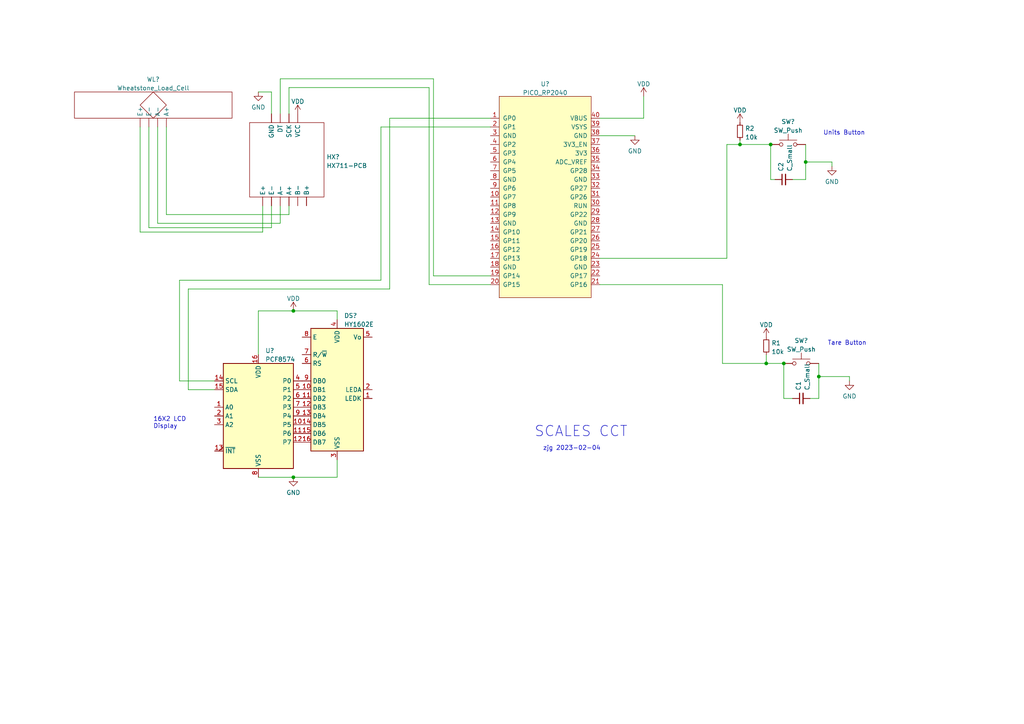
<source format=kicad_sch>
(kicad_sch (version 20211123) (generator eeschema)
  (paper "A4")
  (lib_symbols
    (symbol "Device:C_Small" (pin_numbers hide) (pin_names (offset 0.254) hide)
      (property "Reference" "C" (at 0.254 1.778 0))
      (property "Value" "C_Small" (at 0.254 -2.032 0))
      (symbol "C_Small_0_1"
        (polyline (pts (xy -1.524 -0.508) (xy 1.524 -0.508)) (stroke (width 0.3302)))
        (polyline (pts (xy -1.524 0.508) (xy 1.524 0.508)) (stroke (width 0.3048)))
      )
      (symbol "C_Small_1_1"
        (pin passive line (at 0 2.54 270) (length 2.032) (name "~") (number "1"))
        (pin passive line (at 0 -2.54 90) (length 2.032) (name "~") (number "2"))
      )
    )
    (symbol "Device:R_Small" (pin_numbers hide) (pin_names (offset 0.254) hide)
      (property "Reference" "R" (at 0.762 0.508 0))
      (property "Value" "R_Small" (at 0.762 -1.016 0))
      (symbol "R_Small_0_1"
        (rectangle (start -0.762 1.778) (end 0.762 -1.778) (stroke (width 0.2032)))
      )
      (symbol "R_Small_1_1"
        (pin passive line (at 0 2.54 270) (length 0.762) (name "~") (number "1"))
        (pin passive line (at 0 -2.54 90) (length 0.762) (name "~") (number "2"))
      )
    )
    (symbol "Display_Character:HY1602E"
      (property "Reference" "DS" (at -6.096 19.05 0))
      (property "Value" "HY1602E" (at 5.08 19.05 0))
      (symbol "HY1602E_0_1"
        (rectangle (start -7.62 17.78) (end 7.62 -17.78) (stroke (width 0.254)) (fill (type background)))
      )
      (symbol "HY1602E_1_1"
        (pin passive line (at 10.16 -2.54 180) (length 2.54) (name "LEDK") (number "1"))
        (pin bidirectional line (at -10.16 0 0) (length 2.54) (name "DB1") (number "10"))
        (pin bidirectional line (at -10.16 -2.54 0) (length 2.54) (name "DB2") (number "11"))
        (pin bidirectional line (at -10.16 -5.08 0) (length 2.54) (name "DB3") (number "12"))
        (pin bidirectional line (at -10.16 -7.62 0) (length 2.54) (name "DB4") (number "13"))
        (pin bidirectional line (at -10.16 -10.16 0) (length 2.54) (name "DB5") (number "14"))
        (pin bidirectional line (at -10.16 -12.7 0) (length 2.54) (name "DB6") (number "15"))
        (pin bidirectional line (at -10.16 -15.24 0) (length 2.54) (name "DB7") (number "16"))
        (pin passive line (at 10.16 0 180) (length 2.54) (name "LEDA") (number "2"))
        (pin power_in line (at 0 -20.32 90) (length 2.54) (name "VSS") (number "3"))
        (pin power_in line (at 0 20.32 270) (length 2.54) (name "VDD") (number "4"))
        (pin input line (at 10.16 15.24 180) (length 2.54) (name "Vo") (number "5"))
        (pin input line (at -10.16 7.62 0) (length 2.54) (name "RS") (number "6"))
        (pin input line (at -10.16 10.16 0) (length 2.54) (name "R/~{W}") (number "7"))
        (pin input line (at -10.16 15.24 0) (length 2.54) (name "E") (number "8"))
        (pin bidirectional line (at -10.16 2.54 0) (length 2.54) (name "DB0") (number "9"))
      )
    )
    (symbol "Interface_Expansion:PCF8574"
      (property "Reference" "U" (at -8.89 16.51 0))
      (property "Value" "PCF8574" (at 2.54 16.51 0))
      (symbol "PCF8574_0_1"
        (rectangle (start -10.16 15.24) (end 10.16 -15.24) (stroke (width 0.254)) (fill (type background)))
      )
      (symbol "PCF8574_1_1"
        (pin input line (at -12.7 2.54 0) (length 2.54) (name "A0") (number "1"))
        (pin bidirectional line (at 12.7 -2.54 180) (length 2.54) (name "P5") (number "10"))
        (pin bidirectional line (at 12.7 -5.08 180) (length 2.54) (name "P6") (number "11"))
        (pin bidirectional line (at 12.7 -7.62 180) (length 2.54) (name "P7") (number "12"))
        (pin open_collector output_low (at -12.7 -10.16 0) (length 2.54) (name "~{INT}") (number "13"))
        (pin input line (at -12.7 10.16 0) (length 2.54) (name "SCL") (number "14"))
        (pin bidirectional line (at -12.7 7.62 0) (length 2.54) (name "SDA") (number "15"))
        (pin power_in line (at 0 17.78 270) (length 2.54) (name "VDD") (number "16"))
        (pin input line (at -12.7 0 0) (length 2.54) (name "A1") (number "2"))
        (pin input line (at -12.7 -2.54 0) (length 2.54) (name "A2") (number "3"))
        (pin bidirectional line (at 12.7 10.16 180) (length 2.54) (name "P0") (number "4"))
        (pin bidirectional line (at 12.7 7.62 180) (length 2.54) (name "P1") (number "5"))
        (pin bidirectional line (at 12.7 5.08 180) (length 2.54) (name "P2") (number "6"))
        (pin bidirectional line (at 12.7 2.54 180) (length 2.54) (name "P3") (number "7"))
        (pin power_in line (at 0 -17.78 90) (length 2.54) (name "VSS") (number "8"))
        (pin bidirectional line (at 12.7 0 180) (length 2.54) (name "P4") (number "9"))
      )
    )
    (symbol "Local_library:HX711-PCB"
      (property "Reference" "HX711" (at 0 0 0))
      (property "Value" "HX711-PCB" (at 1.27 2.54 0))
      (symbol "HX711-PCB_0_1"
        (rectangle (start -10.16 11.43) (end 11.43 -10.16) (stroke (width 0.1524)))
      )
      (symbol "HX711-PCB_1_1"
        (pin input line (at 1.27 -12.7 90) (length 2.54) (name "A+") (number ""))
        (pin input line (at -1.27 -12.7 90) (length 2.54) (name "A-") (number ""))
        (pin input line (at 6.35 -12.7 90) (length 2.54) (name "B+") (number ""))
        (pin input line (at 3.81 -12.7 90) (length 2.54) (name "B-") (number ""))
        (pin input line (at -1.27 13.97 270) (length 2.54) (name "DT") (number ""))
        (pin input line (at -6.35 -12.7 90) (length 2.54) (name "E+") (number ""))
        (pin input line (at -3.81 -12.7 90) (length 2.54) (name "E-") (number ""))
        (pin input line (at -3.81 13.97 270) (length 2.54) (name "GND") (number ""))
        (pin input line (at 1.27 13.97 270) (length 2.54) (name "SCK") (number ""))
        (pin input line (at 3.81 13.97 270) (length 2.54) (name "VCC") (number ""))
      )
    )
    (symbol "Local_library:PICO_RP2040" (pin_names (offset 1.016))
      (property "Reference" "U" (at -2.54 36.83 0))
      (property "Value" "PICO_RP2040" (at -1.27 33.02 0))
      (symbol "PICO_RP2040_0_1"
        (polyline (pts (xy -13.97 30.48) (xy 12.7 30.48) (xy 12.7 -27.94) (xy -13.97 -27.94) (xy -13.97 30.48)) (fill (type background)))
      )
      (symbol "PICO_RP2040_1_1"
        (pin tri_state line (at -16.51 24.13 0) (length 2.54) (name "GP0") (number "1"))
        (pin tri_state line (at -16.51 1.27 0) (length 2.54) (name "GP7") (number "10"))
        (pin tri_state line (at -16.51 -1.27 0) (length 2.54) (name "GP8") (number "11"))
        (pin tri_state line (at -16.51 -3.81 0) (length 2.54) (name "GP9") (number "12"))
        (pin input line (at -16.51 -6.35 0) (length 2.54) (name "GND") (number "13"))
        (pin tri_state line (at -16.51 -8.89 0) (length 2.54) (name "GP10") (number "14"))
        (pin tri_state line (at -16.51 -11.43 0) (length 2.54) (name "GP11") (number "15"))
        (pin tri_state line (at -16.51 -13.97 0) (length 2.54) (name "GP12") (number "16"))
        (pin tri_state line (at -16.51 -16.51 0) (length 2.54) (name "GP13") (number "17"))
        (pin input line (at -16.51 -19.05 0) (length 2.54) (name "GND") (number "18"))
        (pin tri_state line (at -16.51 -21.59 0) (length 2.54) (name "GP14") (number "19"))
        (pin tri_state line (at -16.51 21.59 0) (length 2.54) (name "GP1") (number "2"))
        (pin tri_state line (at -16.51 -24.13 0) (length 2.54) (name "GP15") (number "20"))
        (pin tri_state line (at 15.24 -24.13 180) (length 2.54) (name "GP16") (number "21"))
        (pin tri_state line (at 15.24 -21.59 180) (length 2.54) (name "GP17") (number "22"))
        (pin input line (at 15.24 -19.05 180) (length 2.54) (name "GND") (number "23"))
        (pin tri_state line (at 15.24 -16.51 180) (length 2.54) (name "GP18") (number "24"))
        (pin tri_state line (at 15.24 -13.97 180) (length 2.54) (name "GP19") (number "25"))
        (pin tri_state line (at 15.24 -11.43 180) (length 2.54) (name "GP20") (number "26"))
        (pin tri_state line (at 15.24 -8.89 180) (length 2.54) (name "GP21") (number "27"))
        (pin input line (at 15.24 -6.35 180) (length 2.54) (name "GND") (number "28"))
        (pin tri_state line (at 15.24 -3.81 180) (length 2.54) (name "GP22") (number "29"))
        (pin input line (at -16.51 19.05 0) (length 2.54) (name "GND") (number "3"))
        (pin input line (at 15.24 -1.27 180) (length 2.54) (name "RUN") (number "30"))
        (pin tri_state line (at 15.24 1.27 180) (length 2.54) (name "GP26") (number "31"))
        (pin tri_state line (at 15.24 3.81 180) (length 2.54) (name "GP27") (number "32"))
        (pin input line (at 15.24 6.35 180) (length 2.54) (name "GND") (number "33"))
        (pin tri_state line (at 15.24 8.89 180) (length 2.54) (name "GP28") (number "34"))
        (pin power_out line (at 15.24 11.43 180) (length 2.54) (name "ADC_VREF") (number "35"))
        (pin power_out line (at 15.24 13.97 180) (length 2.54) (name "3V3") (number "36"))
        (pin power_out line (at 15.24 16.51 180) (length 2.54) (name "3V3_EN") (number "37"))
        (pin input line (at 15.24 19.05 180) (length 2.54) (name "GND") (number "38"))
        (pin input line (at 15.24 21.59 180) (length 2.54) (name "VSYS") (number "39"))
        (pin tri_state line (at -16.51 16.51 0) (length 2.54) (name "GP2") (number "4"))
        (pin input line (at 15.24 24.13 180) (length 2.54) (name "VBUS") (number "40"))
        (pin tri_state line (at -16.51 13.97 0) (length 2.54) (name "GP3") (number "5"))
        (pin tri_state line (at -16.51 11.43 0) (length 2.54) (name "GP4") (number "6"))
        (pin tri_state line (at -16.51 8.89 0) (length 2.54) (name "GP5") (number "7"))
        (pin input line (at -16.51 6.35 0) (length 2.54) (name "GND") (number "8"))
        (pin tri_state line (at -16.51 3.81 0) (length 2.54) (name "GP6") (number "9"))
      )
    )
    (symbol "Local_library:Wheatstone_Load_Cell"
      (property "Reference" "WL" (at 0 0 0))
      (property "Value" "Wheatstone_Load_Cell" (at 0 0 0))
      (symbol "Wheatstone_Load_Cell_0_1"
        (rectangle (start -22.86 -3.81) (end 22.86 -11.43) (stroke (width 0.1524)))
        (polyline (pts (xy 0 -3.81) (xy -3.81 -7.62) (xy 0 -11.43) (xy 3.81 -7.62) (xy 0 -3.81)) (stroke (width 0.1524)))
      )
      (symbol "Wheatstone_Load_Cell_1_1"
        (pin input line (at 3.81 -13.97 90) (length 2.54) (name "A+") (number ""))
        (pin input line (at 1.27 -13.97 90) (length 2.54) (name "A-") (number ""))
        (pin input line (at -3.81 -13.97 90) (length 2.54) (name "E+") (number ""))
        (pin input line (at -1.27 -13.97 90) (length 2.54) (name "E-") (number ""))
      )
    )
    (symbol "Switch:SW_Push" (pin_numbers hide) (pin_names (offset 1.016) hide)
      (property "Reference" "SW" (at 1.27 2.54 0))
      (property "Value" "SW_Push" (at 0 -1.524 0))
      (symbol "SW_Push_0_1"
        (circle (center -2.032 0) (radius 0.508))
        (polyline (pts (xy 0 1.27) (xy 0 3.048)))
        (polyline (pts (xy 2.54 1.27) (xy -2.54 1.27)))
        (circle (center 2.032 0) (radius 0.508))
        (pin passive line (at -5.08 0 0) (length 2.54) (name "1") (number "1"))
        (pin passive line (at 5.08 0 180) (length 2.54) (name "2") (number "2"))
      )
    )
    (symbol "power:GND" (power) (pin_names (offset 0))
      (property "Value" "GND" (at 0 -3.81 0))
      (symbol "GND_0_1"
        (polyline (pts (xy 0 0) (xy 0 -1.27) (xy 1.27 -1.27) (xy 0 -2.54) (xy -1.27 -1.27) (xy 0 -1.27)))
      )
      (symbol "GND_1_1"
        (pin power_in line (at 0 0 270) (length 0) hide (name "GND") (number "1"))
      )
    )
    (symbol "power:VDD" (power) (pin_names (offset 0))
      (property "Value" "VDD" (at 0 3.81 0))
      (symbol "VDD_0_1"
        (polyline (pts (xy -0.762 1.27) (xy 0 2.54)))
        (polyline (pts (xy 0 0) (xy 0 2.54)))
        (polyline (pts (xy 0 2.54) (xy 0.762 1.27)))
      )
      (symbol "VDD_1_1"
        (pin power_in line (at 0 0 90) (length 0) hide (name "VDD") (number "1"))
      )
    )
  )
  (junction (at 237.49 109.22))
  (junction (at 222.25 105.41))
  (junction (at 223.52 41.91))
  (junction (at 85.09 90.17))
  (junction (at 227.33 105.41))
  (junction (at 214.63 41.91))
  (junction (at 85.09 138.43))
  (junction (at 233.68 46.99))
  (wire (pts (xy 43.18 36.83) (xy 43.18 66.04)))
  (wire (pts (xy 246.38 110.49) (xy 246.38 109.22)))
  (wire (pts (xy 222.25 102.87) (xy 222.25 105.41)))
  (wire (pts (xy 173.99 39.37) (xy 184.15 39.37)))
  (wire (pts (xy 173.99 74.93) (xy 210.82 74.93)))
  (wire (pts (xy 74.93 138.43) (xy 85.09 138.43)))
  (wire (pts (xy 48.26 62.23) (xy 83.82 62.23)))
  (wire (pts (xy 40.64 67.31) (xy 76.2 67.31)))
  (wire (pts (xy 54.61 113.03) (xy 62.23 113.03)))
  (wire (pts (xy 214.63 40.64) (xy 214.63 41.91)))
  (wire (pts (xy 85.09 90.17) (xy 97.79 90.17)))
  (wire (pts (xy 209.55 82.55) (xy 209.55 105.41)))
  (wire (pts (xy 214.63 41.91) (xy 223.52 41.91)))
  (wire (pts (xy 173.99 82.55) (xy 209.55 82.55)))
  (wire (pts (xy 233.68 52.07) (xy 233.68 46.99)))
  (wire (pts (xy 186.69 34.29) (xy 186.69 27.94)))
  (wire (pts (xy 45.72 36.83) (xy 45.72 64.77)))
  (wire (pts (xy 124.46 25.4) (xy 124.46 82.55)))
  (wire (pts (xy 83.82 33.02) (xy 83.82 25.4)))
  (wire (pts (xy 78.74 26.67) (xy 74.93 26.67)))
  (wire (pts (xy 45.72 64.77) (xy 81.28 64.77)))
  (wire (pts (xy 209.55 105.41) (xy 222.25 105.41)))
  (wire (pts (xy 81.28 64.77) (xy 81.28 59.69)))
  (wire (pts (xy 229.87 52.07) (xy 233.68 52.07)))
  (wire (pts (xy 241.3 46.99) (xy 233.68 46.99)))
  (wire (pts (xy 227.33 105.41) (xy 227.33 115.57)))
  (wire (pts (xy 241.3 48.26) (xy 241.3 46.99)))
  (wire (pts (xy 124.46 82.55) (xy 142.24 82.55)))
  (wire (pts (xy 233.68 46.99) (xy 233.68 41.91)))
  (wire (pts (xy 74.93 90.17) (xy 85.09 90.17)))
  (wire (pts (xy 125.73 80.01) (xy 125.73 22.86)))
  (wire (pts (xy 222.25 105.41) (xy 227.33 105.41)))
  (wire (pts (xy 234.95 115.57) (xy 237.49 115.57)))
  (wire (pts (xy 78.74 66.04) (xy 78.74 59.69)))
  (wire (pts (xy 85.09 138.43) (xy 97.79 138.43)))
  (wire (pts (xy 110.49 36.83) (xy 110.49 81.28)))
  (wire (pts (xy 237.49 115.57) (xy 237.49 109.22)))
  (wire (pts (xy 97.79 133.35) (xy 97.79 138.43)))
  (wire (pts (xy 74.93 102.87) (xy 74.93 90.17)))
  (wire (pts (xy 48.26 36.83) (xy 48.26 62.23)))
  (wire (pts (xy 173.99 34.29) (xy 186.69 34.29)))
  (wire (pts (xy 97.79 90.17) (xy 97.79 92.71)))
  (wire (pts (xy 43.18 66.04) (xy 78.74 66.04)))
  (wire (pts (xy 81.28 22.86) (xy 81.28 33.02)))
  (wire (pts (xy 113.03 83.82) (xy 54.61 83.82)))
  (wire (pts (xy 223.52 41.91) (xy 223.52 52.07)))
  (wire (pts (xy 210.82 74.93) (xy 210.82 41.91)))
  (wire (pts (xy 125.73 22.86) (xy 81.28 22.86)))
  (wire (pts (xy 52.07 110.49) (xy 62.23 110.49)))
  (wire (pts (xy 78.74 33.02) (xy 78.74 26.67)))
  (wire (pts (xy 52.07 81.28) (xy 52.07 110.49)))
  (wire (pts (xy 83.82 25.4) (xy 124.46 25.4)))
  (wire (pts (xy 223.52 52.07) (xy 224.79 52.07)))
  (wire (pts (xy 142.24 80.01) (xy 125.73 80.01)))
  (wire (pts (xy 210.82 41.91) (xy 214.63 41.91)))
  (wire (pts (xy 54.61 83.82) (xy 54.61 113.03)))
  (wire (pts (xy 83.82 62.23) (xy 83.82 59.69)))
  (wire (pts (xy 110.49 81.28) (xy 52.07 81.28)))
  (wire (pts (xy 227.33 115.57) (xy 229.87 115.57)))
  (wire (pts (xy 142.24 34.29) (xy 113.03 34.29)))
  (wire (pts (xy 40.64 36.83) (xy 40.64 67.31)))
  (wire (pts (xy 76.2 59.69) (xy 76.2 67.31)))
  (wire (pts (xy 246.38 109.22) (xy 237.49 109.22)))
  (wire (pts (xy 113.03 34.29) (xy 113.03 83.82)))
  (wire (pts (xy 142.24 36.83) (xy 110.49 36.83)))
  (wire (pts (xy 237.49 109.22) (xy 237.49 105.41)))
  (text "Tare Button" (at 240.03 100.33 0) (effects (font (size 1.27 1.27)) (justify left bottom)))
  (text "SCALES CCT" (at 154.94 127 0) (effects (font (size 3 3)) (justify left bottom)))
  (text "16X2 LCD\nDisplay " (at 44.45 124.46 0) (effects (font (size 1.27 1.27)) (justify left bottom)))
  (text "zjg 2023-02-04" (at 157.48 130.81 0) (effects (font (size 1.27 1.27)) (justify left bottom)))
  (text "Units Button" (at 238.76 39.37 0) (effects (font (size 1.27 1.27)) (justify left bottom)))
  (symbol (lib_id "Display_Character:HY1602E") (at 97.79 113.03 0) (unit 1)
    (property "Reference" "DS?" (at 99.8094 91.5502 0) (effects (justify left)))
    (property "Value" "HY1602E" (at 99.8094 94.0871 0) (effects (justify left)))
    (property "Footprint" "Display:HY1602E" (effects hide))
    (property "Datasheet" "http://www.icbank.com/data/ICBShop/board/HY1602E.pdf" (effects hide))
  )
  (symbol (lib_id "Device:C_Small") (at 232.41 115.57 90) (unit 1)
    (property "Reference" "C1" (at 231.5816 113.2459 0) (effects (justify left)))
    (property "Value" "C_Small" (at 234.1185 113.2459 0) (effects (justify left)))
  )
  (symbol (lib_id "power:VDD") (at 85.09 90.17 0) (unit 1)
    (property "Reference" "#PWR?" (effects hide))
    (property "Value" "VDD" (at 85.09 86.5942 0))
  )
  (symbol (lib_id "power:GND") (at 74.93 26.67 0) (unit 1)
    (property "Reference" "#PWR?" (effects hide))
    (property "Value" "GND" (at 74.93 31.1134 0))
  )
  (symbol (lib_id "power:GND") (at 184.15 39.37 0) (unit 1)
    (property "Reference" "#PWR?" (effects hide))
    (property "Value" "GND" (at 184.15 43.8134 0))
  )
  (symbol (lib_id "power:GND") (at 246.38 110.49 0) (unit 1)
    (property "Reference" "#PWR?" (effects hide))
    (property "Value" "GND" (at 246.38 114.9334 0))
  )
  (symbol (lib_id "Local_library:HX711-PCB") (at 82.55 46.99 0) (unit 1)
    (property "Reference" "HX?" (at 94.6912 45.5203 0) (effects (justify left)))
    (property "Value" "HX711-PCB" (at 94.6912 48.0572 0) (effects (justify left)))
  )
  (symbol (lib_id "power:VDD") (at 214.63 35.56 0) (unit 1)
    (property "Reference" "#PWR?" (effects hide))
    (property "Value" "VDD" (at 214.63 31.9842 0))
  )
  (symbol (lib_id "power:GND") (at 241.3 48.26 0) (unit 1)
    (property "Reference" "#PWR?" (effects hide))
    (property "Value" "GND" (at 241.3 52.7034 0))
  )
  (symbol (lib_id "Local_library:PICO_RP2040") (at 158.75 58.42 0) (unit 1)
    (property "Reference" "U?" (at 158.115 24.3672 0))
    (property "Value" "PICO_RP2040" (at 158.115 26.9041 0))
  )
  (symbol (lib_id "Interface_Expansion:PCF8574") (at 74.93 120.65 0) (unit 1)
    (property "Reference" "U?" (at 76.9494 101.7102 0) (effects (justify left)))
    (property "Value" "PCF8574" (at 76.9494 104.2471 0) (effects (justify left)))
    (property "Datasheet" "http://www.nxp.com/documents/data_sheet/PCF8574_PCF8574A.pdf" (effects hide))
  )
  (symbol (lib_id "Switch:SW_Push") (at 228.6 41.91 0) (unit 1)
    (property "Reference" "SW?" (at 228.6 35.2892 0))
    (property "Value" "SW_Push" (at 228.6 37.8261 0))
  )
  (symbol (lib_id "power:VDD") (at 186.69 27.94 0) (unit 1)
    (property "Reference" "#PWR?" (effects hide))
    (property "Value" "VDD" (at 186.69 24.3642 0))
  )
  (symbol (lib_id "power:VDD") (at 86.36 33.02 0) (unit 1)
    (property "Reference" "#PWR?" (effects hide))
    (property "Value" "VDD" (at 86.36 29.4442 0))
  )
  (symbol (lib_id "Device:R_Small") (at 222.25 100.33 0) (unit 1)
    (property "Reference" "R1" (at 223.7486 99.4953 0) (effects (justify left)))
    (property "Value" "10k" (at 223.7486 102.0322 0) (effects (justify left)))
  )
  (symbol (lib_id "Device:R_Small") (at 214.63 38.1 0) (unit 1)
    (property "Reference" "R2" (at 216.1286 37.2653 0) (effects (justify left)))
    (property "Value" "10k" (at 216.1286 39.8022 0) (effects (justify left)))
  )
  (symbol (lib_id "power:VDD") (at 222.25 97.79 0) (unit 1)
    (property "Reference" "#PWR?" (effects hide))
    (property "Value" "VDD" (at 222.25 94.2142 0))
  )
  (symbol (lib_id "Switch:SW_Push") (at 232.41 105.41 0) (unit 1)
    (property "Reference" "SW?" (at 232.41 98.7892 0))
    (property "Value" "SW_Push" (at 232.41 101.3261 0))
  )
  (symbol (lib_id "Local_library:Wheatstone_Load_Cell") (at 44.45 22.86 0) (unit 1)
    (property "Reference" "WL?" (at 44.45 23.021 0))
    (property "Value" "Wheatstone_Load_Cell" (at 44.45 25.5579 0))
  )
  (symbol (lib_id "power:GND") (at 85.09 138.43 0) (unit 1)
    (property "Reference" "#PWR?" (effects hide))
    (property "Value" "GND" (at 85.09 142.8734 0))
  )
  (symbol (lib_id "Device:C_Small") (at 227.33 52.07 90) (unit 1)
    (property "Reference" "C2" (at 226.5016 49.7459 0) (effects (justify left)))
    (property "Value" "C_Small" (at 229.0385 49.7459 0) (effects (justify left)))
  )
)
</source>
